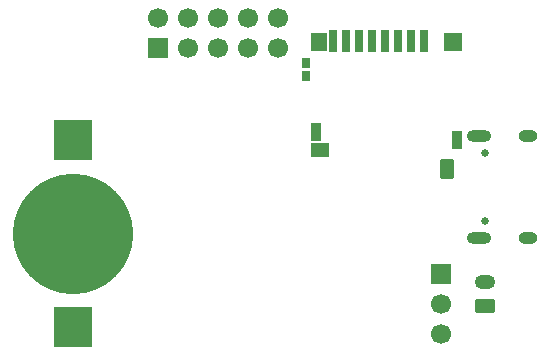
<source format=gbr>
%TF.GenerationSoftware,KiCad,Pcbnew,9.0.2*%
%TF.CreationDate,2025-11-28T15:39:44-05:00*%
%TF.ProjectId,hackathonproject,6861636b-6174-4686-9f6e-70726f6a6563,rev?*%
%TF.SameCoordinates,Original*%
%TF.FileFunction,Soldermask,Bot*%
%TF.FilePolarity,Negative*%
%FSLAX46Y46*%
G04 Gerber Fmt 4.6, Leading zero omitted, Abs format (unit mm)*
G04 Created by KiCad (PCBNEW 9.0.2) date 2025-11-28 15:39:44*
%MOMM*%
%LPD*%
G01*
G04 APERTURE LIST*
G04 Aperture macros list*
%AMRoundRect*
0 Rectangle with rounded corners*
0 $1 Rounding radius*
0 $2 $3 $4 $5 $6 $7 $8 $9 X,Y pos of 4 corners*
0 Add a 4 corners polygon primitive as box body*
4,1,4,$2,$3,$4,$5,$6,$7,$8,$9,$2,$3,0*
0 Add four circle primitives for the rounded corners*
1,1,$1+$1,$2,$3*
1,1,$1+$1,$4,$5*
1,1,$1+$1,$6,$7*
1,1,$1+$1,$8,$9*
0 Add four rect primitives between the rounded corners*
20,1,$1+$1,$2,$3,$4,$5,0*
20,1,$1+$1,$4,$5,$6,$7,0*
20,1,$1+$1,$6,$7,$8,$9,0*
20,1,$1+$1,$8,$9,$2,$3,0*%
G04 Aperture macros list end*
%ADD10R,1.700000X1.700000*%
%ADD11C,1.700000*%
%ADD12RoundRect,0.250000X0.625000X-0.350000X0.625000X0.350000X-0.625000X0.350000X-0.625000X-0.350000X0*%
%ADD13O,1.750000X1.200000*%
%ADD14C,0.650000*%
%ADD15O,2.100000X1.000000*%
%ADD16O,1.600000X1.000000*%
%ADD17RoundRect,0.050800X-0.300000X-0.875000X0.300000X-0.875000X0.300000X0.875000X-0.300000X0.875000X0*%
%ADD18RoundRect,0.050800X-0.725000X-0.500000X0.725000X-0.500000X0.725000X0.500000X-0.725000X0.500000X0*%
%ADD19RoundRect,0.050800X-0.500000X-0.775000X0.500000X-0.775000X0.500000X0.775000X-0.500000X0.775000X0*%
%ADD20RoundRect,0.050800X-0.400000X-0.750000X0.400000X-0.750000X0.400000X0.750000X-0.400000X0.750000X0*%
%ADD21RoundRect,0.050800X-0.400000X-0.700000X0.400000X-0.700000X0.400000X0.700000X-0.400000X0.700000X0*%
%ADD22RoundRect,0.050800X-0.750000X-0.750000X0.750000X-0.750000X0.750000X0.750000X-0.750000X0.750000X0*%
%ADD23RoundRect,0.050800X-0.650000X-0.750000X0.650000X-0.750000X0.650000X0.750000X-0.650000X0.750000X0*%
%ADD24R,3.300000X3.500000*%
%ADD25C,10.200000*%
%ADD26RoundRect,0.050800X-0.270000X0.395050X-0.270000X-0.395050X0.270000X-0.395050X0.270000X0.395050X0*%
G04 APERTURE END LIST*
D10*
%TO.C,J4*%
X177225000Y-82025000D03*
D11*
X177225000Y-84565000D03*
X177225000Y-87105000D03*
%TD*%
D12*
%TO.C,J5*%
X180950000Y-84725000D03*
D13*
X180950000Y-82725000D03*
%TD*%
D14*
%TO.C,J1*%
X180895000Y-77570000D03*
X180895000Y-71790000D03*
D15*
X180395000Y-79000000D03*
D16*
X184575000Y-79000000D03*
D15*
X180395000Y-70360000D03*
D16*
X184575000Y-70360000D03*
%TD*%
D10*
%TO.C,J2*%
X153275000Y-62915000D03*
D11*
X153275000Y-60375000D03*
X155815000Y-62915000D03*
X155815000Y-60375000D03*
X158355000Y-62915000D03*
X158355000Y-60375000D03*
X160895000Y-62915000D03*
X160895000Y-60375000D03*
X163435000Y-62915000D03*
X163435000Y-60375000D03*
%TD*%
D17*
%TO.C,Card1*%
X175750000Y-62300000D03*
X174649900Y-62300000D03*
X173550100Y-62300000D03*
X172450000Y-62300000D03*
X171350000Y-62300000D03*
X170249900Y-62300000D03*
X169150100Y-62300000D03*
X168050000Y-62300000D03*
D18*
X166925000Y-71525000D03*
D19*
X177750000Y-73100000D03*
D20*
X166599900Y-70025100D03*
D21*
X178550100Y-70675100D03*
D22*
X178200100Y-62425200D03*
D23*
X166850100Y-62425200D03*
%TD*%
D24*
%TO.C,BT1*%
X146080000Y-86500000D03*
X146080000Y-70700000D03*
D25*
X146080000Y-78600000D03*
%TD*%
D26*
%TO.C,C1*%
X165750000Y-64150000D03*
X165750000Y-65240200D03*
%TD*%
M02*

</source>
